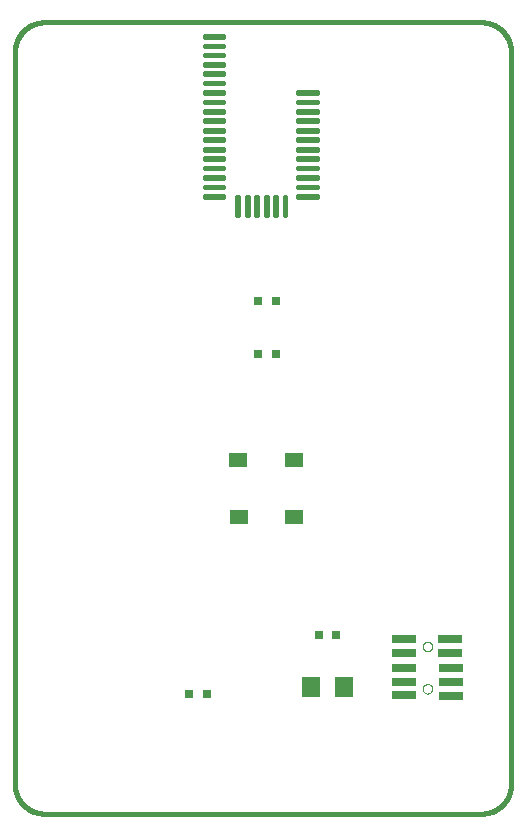
<source format=gtp>
G75*
%MOIN*%
%OFA0B0*%
%FSLAX25Y25*%
%IPPOS*%
%LPD*%
%AMOC8*
5,1,8,0,0,1.08239X$1,22.5*
%
%ADD10C,0.01600*%
%ADD11C,0.01378*%
%ADD12R,0.06102X0.04724*%
%ADD13R,0.08000X0.02500*%
%ADD14C,0.00000*%
%ADD15R,0.06299X0.07087*%
%ADD16R,0.03150X0.03150*%
D10*
X0004556Y0015973D02*
X0004556Y0260068D01*
X0004555Y0260068D02*
X0004558Y0260306D01*
X0004566Y0260544D01*
X0004581Y0260781D01*
X0004601Y0261018D01*
X0004627Y0261254D01*
X0004658Y0261490D01*
X0004695Y0261725D01*
X0004738Y0261959D01*
X0004787Y0262192D01*
X0004841Y0262424D01*
X0004901Y0262654D01*
X0004966Y0262883D01*
X0005037Y0263110D01*
X0005113Y0263335D01*
X0005195Y0263558D01*
X0005282Y0263780D01*
X0005374Y0263999D01*
X0005472Y0264216D01*
X0005574Y0264430D01*
X0005682Y0264642D01*
X0005796Y0264852D01*
X0005914Y0265058D01*
X0006037Y0265262D01*
X0006165Y0265462D01*
X0006297Y0265659D01*
X0006435Y0265854D01*
X0006577Y0266044D01*
X0006724Y0266232D01*
X0006875Y0266415D01*
X0007030Y0266595D01*
X0007190Y0266771D01*
X0007354Y0266943D01*
X0007523Y0267112D01*
X0007695Y0267276D01*
X0007871Y0267436D01*
X0008051Y0267591D01*
X0008234Y0267742D01*
X0008422Y0267889D01*
X0008612Y0268031D01*
X0008807Y0268169D01*
X0009004Y0268301D01*
X0009204Y0268429D01*
X0009408Y0268552D01*
X0009614Y0268670D01*
X0009824Y0268784D01*
X0010036Y0268892D01*
X0010250Y0268994D01*
X0010467Y0269092D01*
X0010686Y0269184D01*
X0010908Y0269271D01*
X0011131Y0269353D01*
X0011356Y0269429D01*
X0011583Y0269500D01*
X0011812Y0269565D01*
X0012042Y0269625D01*
X0012274Y0269679D01*
X0012507Y0269728D01*
X0012741Y0269771D01*
X0012976Y0269808D01*
X0013212Y0269839D01*
X0013448Y0269865D01*
X0013685Y0269885D01*
X0013922Y0269900D01*
X0014160Y0269908D01*
X0014398Y0269911D01*
X0014398Y0269910D02*
X0160068Y0269910D01*
X0160068Y0269911D02*
X0160306Y0269908D01*
X0160544Y0269900D01*
X0160781Y0269885D01*
X0161018Y0269865D01*
X0161254Y0269839D01*
X0161490Y0269808D01*
X0161725Y0269771D01*
X0161959Y0269728D01*
X0162192Y0269679D01*
X0162424Y0269625D01*
X0162654Y0269565D01*
X0162883Y0269500D01*
X0163110Y0269429D01*
X0163335Y0269353D01*
X0163558Y0269271D01*
X0163780Y0269184D01*
X0163999Y0269092D01*
X0164216Y0268994D01*
X0164430Y0268892D01*
X0164642Y0268784D01*
X0164852Y0268670D01*
X0165058Y0268552D01*
X0165262Y0268429D01*
X0165462Y0268301D01*
X0165659Y0268169D01*
X0165854Y0268031D01*
X0166044Y0267889D01*
X0166232Y0267742D01*
X0166415Y0267591D01*
X0166595Y0267436D01*
X0166771Y0267276D01*
X0166943Y0267112D01*
X0167112Y0266943D01*
X0167276Y0266771D01*
X0167436Y0266595D01*
X0167591Y0266415D01*
X0167742Y0266232D01*
X0167889Y0266044D01*
X0168031Y0265854D01*
X0168169Y0265659D01*
X0168301Y0265462D01*
X0168429Y0265262D01*
X0168552Y0265058D01*
X0168670Y0264852D01*
X0168784Y0264642D01*
X0168892Y0264430D01*
X0168994Y0264216D01*
X0169092Y0263999D01*
X0169184Y0263780D01*
X0169271Y0263558D01*
X0169353Y0263335D01*
X0169429Y0263110D01*
X0169500Y0262883D01*
X0169565Y0262654D01*
X0169625Y0262424D01*
X0169679Y0262192D01*
X0169728Y0261959D01*
X0169771Y0261725D01*
X0169808Y0261490D01*
X0169839Y0261254D01*
X0169865Y0261018D01*
X0169885Y0260781D01*
X0169900Y0260544D01*
X0169908Y0260306D01*
X0169911Y0260068D01*
X0169910Y0260068D02*
X0169910Y0015973D01*
X0169911Y0015973D02*
X0169908Y0015735D01*
X0169900Y0015497D01*
X0169885Y0015260D01*
X0169865Y0015023D01*
X0169839Y0014787D01*
X0169808Y0014551D01*
X0169771Y0014316D01*
X0169728Y0014082D01*
X0169679Y0013849D01*
X0169625Y0013617D01*
X0169565Y0013387D01*
X0169500Y0013158D01*
X0169429Y0012931D01*
X0169353Y0012706D01*
X0169271Y0012483D01*
X0169184Y0012261D01*
X0169092Y0012042D01*
X0168994Y0011825D01*
X0168892Y0011611D01*
X0168784Y0011399D01*
X0168670Y0011189D01*
X0168552Y0010983D01*
X0168429Y0010779D01*
X0168301Y0010579D01*
X0168169Y0010382D01*
X0168031Y0010187D01*
X0167889Y0009997D01*
X0167742Y0009809D01*
X0167591Y0009626D01*
X0167436Y0009446D01*
X0167276Y0009270D01*
X0167112Y0009098D01*
X0166943Y0008929D01*
X0166771Y0008765D01*
X0166595Y0008605D01*
X0166415Y0008450D01*
X0166232Y0008299D01*
X0166044Y0008152D01*
X0165854Y0008010D01*
X0165659Y0007872D01*
X0165462Y0007740D01*
X0165262Y0007612D01*
X0165058Y0007489D01*
X0164852Y0007371D01*
X0164642Y0007257D01*
X0164430Y0007149D01*
X0164216Y0007047D01*
X0163999Y0006949D01*
X0163780Y0006857D01*
X0163558Y0006770D01*
X0163335Y0006688D01*
X0163110Y0006612D01*
X0162883Y0006541D01*
X0162654Y0006476D01*
X0162424Y0006416D01*
X0162192Y0006362D01*
X0161959Y0006313D01*
X0161725Y0006270D01*
X0161490Y0006233D01*
X0161254Y0006202D01*
X0161018Y0006176D01*
X0160781Y0006156D01*
X0160544Y0006141D01*
X0160306Y0006133D01*
X0160068Y0006130D01*
X0160068Y0006131D02*
X0014398Y0006131D01*
X0014398Y0006130D02*
X0014160Y0006133D01*
X0013922Y0006141D01*
X0013685Y0006156D01*
X0013448Y0006176D01*
X0013212Y0006202D01*
X0012976Y0006233D01*
X0012741Y0006270D01*
X0012507Y0006313D01*
X0012274Y0006362D01*
X0012042Y0006416D01*
X0011812Y0006476D01*
X0011583Y0006541D01*
X0011356Y0006612D01*
X0011131Y0006688D01*
X0010908Y0006770D01*
X0010686Y0006857D01*
X0010467Y0006949D01*
X0010250Y0007047D01*
X0010036Y0007149D01*
X0009824Y0007257D01*
X0009614Y0007371D01*
X0009408Y0007489D01*
X0009204Y0007612D01*
X0009004Y0007740D01*
X0008807Y0007872D01*
X0008612Y0008010D01*
X0008422Y0008152D01*
X0008234Y0008299D01*
X0008051Y0008450D01*
X0007871Y0008605D01*
X0007695Y0008765D01*
X0007523Y0008929D01*
X0007354Y0009098D01*
X0007190Y0009270D01*
X0007030Y0009446D01*
X0006875Y0009626D01*
X0006724Y0009809D01*
X0006577Y0009997D01*
X0006435Y0010187D01*
X0006297Y0010382D01*
X0006165Y0010579D01*
X0006037Y0010779D01*
X0005914Y0010983D01*
X0005796Y0011189D01*
X0005682Y0011399D01*
X0005574Y0011611D01*
X0005472Y0011825D01*
X0005374Y0012042D01*
X0005282Y0012261D01*
X0005195Y0012483D01*
X0005113Y0012706D01*
X0005037Y0012931D01*
X0004966Y0013158D01*
X0004901Y0013387D01*
X0004841Y0013617D01*
X0004787Y0013849D01*
X0004738Y0014082D01*
X0004695Y0014316D01*
X0004658Y0014551D01*
X0004627Y0014787D01*
X0004601Y0015023D01*
X0004581Y0015260D01*
X0004566Y0015497D01*
X0004558Y0015735D01*
X0004555Y0015973D01*
D11*
X0079300Y0205324D02*
X0079300Y0211820D01*
X0079300Y0205324D02*
X0078710Y0205324D01*
X0078710Y0211820D01*
X0079300Y0211820D01*
X0079300Y0206701D02*
X0078710Y0206701D01*
X0078710Y0208078D02*
X0079300Y0208078D01*
X0079300Y0209455D02*
X0078710Y0209455D01*
X0078710Y0210832D02*
X0079300Y0210832D01*
X0082449Y0211820D02*
X0082449Y0205324D01*
X0081859Y0205324D01*
X0081859Y0211820D01*
X0082449Y0211820D01*
X0082449Y0206701D02*
X0081859Y0206701D01*
X0081859Y0208078D02*
X0082449Y0208078D01*
X0082449Y0209455D02*
X0081859Y0209455D01*
X0081859Y0210832D02*
X0082449Y0210832D01*
X0085599Y0211820D02*
X0085599Y0205324D01*
X0085009Y0205324D01*
X0085009Y0211820D01*
X0085599Y0211820D01*
X0085599Y0206701D02*
X0085009Y0206701D01*
X0085009Y0208078D02*
X0085599Y0208078D01*
X0085599Y0209455D02*
X0085009Y0209455D01*
X0085009Y0210832D02*
X0085599Y0210832D01*
X0088749Y0211820D02*
X0088749Y0205324D01*
X0088159Y0205324D01*
X0088159Y0211820D01*
X0088749Y0211820D01*
X0088749Y0206701D02*
X0088159Y0206701D01*
X0088159Y0208078D02*
X0088749Y0208078D01*
X0088749Y0209455D02*
X0088159Y0209455D01*
X0088159Y0210832D02*
X0088749Y0210832D01*
X0091898Y0211820D02*
X0091898Y0205324D01*
X0091308Y0205324D01*
X0091308Y0211820D01*
X0091898Y0211820D01*
X0091898Y0206701D02*
X0091308Y0206701D01*
X0091308Y0208078D02*
X0091898Y0208078D01*
X0091898Y0209455D02*
X0091308Y0209455D01*
X0091308Y0210832D02*
X0091898Y0210832D01*
X0095048Y0211820D02*
X0095048Y0205324D01*
X0094458Y0205324D01*
X0094458Y0211820D01*
X0095048Y0211820D01*
X0095048Y0206701D02*
X0094458Y0206701D01*
X0094458Y0208078D02*
X0095048Y0208078D01*
X0095048Y0209455D02*
X0094458Y0209455D01*
X0094458Y0210832D02*
X0095048Y0210832D01*
X0098985Y0211426D02*
X0105481Y0211426D01*
X0098985Y0211426D02*
X0098985Y0212016D01*
X0105481Y0212016D01*
X0105481Y0211426D01*
X0105481Y0214576D02*
X0098985Y0214576D01*
X0098985Y0215166D01*
X0105481Y0215166D01*
X0105481Y0214576D01*
X0105481Y0217725D02*
X0098985Y0217725D01*
X0098985Y0218315D01*
X0105481Y0218315D01*
X0105481Y0217725D01*
X0105481Y0220875D02*
X0098985Y0220875D01*
X0098985Y0221465D01*
X0105481Y0221465D01*
X0105481Y0220875D01*
X0105481Y0224025D02*
X0098985Y0224025D01*
X0098985Y0224615D01*
X0105481Y0224615D01*
X0105481Y0224025D01*
X0105481Y0227174D02*
X0098985Y0227174D01*
X0098985Y0227764D01*
X0105481Y0227764D01*
X0105481Y0227174D01*
X0105481Y0230324D02*
X0098985Y0230324D01*
X0098985Y0230914D01*
X0105481Y0230914D01*
X0105481Y0230324D01*
X0105481Y0233474D02*
X0098985Y0233474D01*
X0098985Y0234064D01*
X0105481Y0234064D01*
X0105481Y0233474D01*
X0105481Y0236623D02*
X0098985Y0236623D01*
X0098985Y0237213D01*
X0105481Y0237213D01*
X0105481Y0236623D01*
X0105481Y0239773D02*
X0098985Y0239773D01*
X0098985Y0240363D01*
X0105481Y0240363D01*
X0105481Y0239773D01*
X0105481Y0242922D02*
X0098985Y0242922D01*
X0098985Y0243512D01*
X0105481Y0243512D01*
X0105481Y0242922D01*
X0105481Y0246072D02*
X0098985Y0246072D01*
X0098985Y0246662D01*
X0105481Y0246662D01*
X0105481Y0246072D01*
X0074379Y0246072D02*
X0067883Y0246072D01*
X0067883Y0246662D01*
X0074379Y0246662D01*
X0074379Y0246072D01*
X0074379Y0242922D02*
X0067883Y0242922D01*
X0067883Y0243512D01*
X0074379Y0243512D01*
X0074379Y0242922D01*
X0074379Y0239773D02*
X0067883Y0239773D01*
X0067883Y0240363D01*
X0074379Y0240363D01*
X0074379Y0239773D01*
X0074379Y0236623D02*
X0067883Y0236623D01*
X0067883Y0237213D01*
X0074379Y0237213D01*
X0074379Y0236623D01*
X0074379Y0233474D02*
X0067883Y0233474D01*
X0067883Y0234064D01*
X0074379Y0234064D01*
X0074379Y0233474D01*
X0074379Y0230324D02*
X0067883Y0230324D01*
X0067883Y0230914D01*
X0074379Y0230914D01*
X0074379Y0230324D01*
X0074379Y0227174D02*
X0067883Y0227174D01*
X0067883Y0227764D01*
X0074379Y0227764D01*
X0074379Y0227174D01*
X0074379Y0224025D02*
X0067883Y0224025D01*
X0067883Y0224615D01*
X0074379Y0224615D01*
X0074379Y0224025D01*
X0074379Y0220875D02*
X0067883Y0220875D01*
X0067883Y0221465D01*
X0074379Y0221465D01*
X0074379Y0220875D01*
X0074379Y0217725D02*
X0067883Y0217725D01*
X0067883Y0218315D01*
X0074379Y0218315D01*
X0074379Y0217725D01*
X0074379Y0214576D02*
X0067883Y0214576D01*
X0067883Y0215166D01*
X0074379Y0215166D01*
X0074379Y0214576D01*
X0074379Y0211426D02*
X0067883Y0211426D01*
X0067883Y0212016D01*
X0074379Y0212016D01*
X0074379Y0211426D01*
X0074379Y0249222D02*
X0067883Y0249222D01*
X0067883Y0249812D01*
X0074379Y0249812D01*
X0074379Y0249222D01*
X0074379Y0252371D02*
X0067883Y0252371D01*
X0067883Y0252961D01*
X0074379Y0252961D01*
X0074379Y0252371D01*
X0074379Y0255521D02*
X0067883Y0255521D01*
X0067883Y0256111D01*
X0074379Y0256111D01*
X0074379Y0255521D01*
X0074379Y0258552D02*
X0067883Y0258552D01*
X0067883Y0259142D01*
X0074379Y0259142D01*
X0074379Y0258552D01*
X0074379Y0261584D02*
X0067883Y0261584D01*
X0067883Y0262174D01*
X0074379Y0262174D01*
X0074379Y0261584D01*
X0074379Y0264615D02*
X0067883Y0264615D01*
X0067883Y0265205D01*
X0074379Y0265205D01*
X0074379Y0264615D01*
D12*
X0078769Y0124044D03*
X0079162Y0105146D03*
X0097666Y0105146D03*
X0097666Y0124044D03*
D13*
X0134202Y0064280D03*
X0134202Y0059556D03*
X0134202Y0054831D03*
X0134202Y0050107D03*
X0134202Y0045580D03*
X0149753Y0045383D03*
X0149753Y0050107D03*
X0149753Y0054831D03*
X0149556Y0059556D03*
X0149556Y0064280D03*
D14*
X0140501Y0061918D02*
X0140503Y0061997D01*
X0140509Y0062076D01*
X0140519Y0062155D01*
X0140533Y0062233D01*
X0140550Y0062310D01*
X0140572Y0062386D01*
X0140597Y0062461D01*
X0140627Y0062534D01*
X0140659Y0062606D01*
X0140696Y0062677D01*
X0140736Y0062745D01*
X0140779Y0062811D01*
X0140825Y0062875D01*
X0140875Y0062937D01*
X0140928Y0062996D01*
X0140983Y0063052D01*
X0141042Y0063106D01*
X0141103Y0063156D01*
X0141166Y0063204D01*
X0141232Y0063248D01*
X0141300Y0063289D01*
X0141370Y0063326D01*
X0141441Y0063360D01*
X0141515Y0063390D01*
X0141589Y0063416D01*
X0141665Y0063438D01*
X0141742Y0063457D01*
X0141820Y0063472D01*
X0141898Y0063483D01*
X0141977Y0063490D01*
X0142056Y0063493D01*
X0142135Y0063492D01*
X0142214Y0063487D01*
X0142293Y0063478D01*
X0142371Y0063465D01*
X0142448Y0063448D01*
X0142525Y0063428D01*
X0142600Y0063403D01*
X0142674Y0063375D01*
X0142747Y0063343D01*
X0142817Y0063308D01*
X0142886Y0063269D01*
X0142953Y0063226D01*
X0143018Y0063180D01*
X0143080Y0063132D01*
X0143140Y0063080D01*
X0143197Y0063025D01*
X0143251Y0062967D01*
X0143302Y0062907D01*
X0143350Y0062844D01*
X0143395Y0062779D01*
X0143437Y0062711D01*
X0143475Y0062642D01*
X0143509Y0062571D01*
X0143540Y0062498D01*
X0143568Y0062423D01*
X0143591Y0062348D01*
X0143611Y0062271D01*
X0143627Y0062194D01*
X0143639Y0062115D01*
X0143647Y0062037D01*
X0143651Y0061958D01*
X0143651Y0061878D01*
X0143647Y0061799D01*
X0143639Y0061721D01*
X0143627Y0061642D01*
X0143611Y0061565D01*
X0143591Y0061488D01*
X0143568Y0061413D01*
X0143540Y0061338D01*
X0143509Y0061265D01*
X0143475Y0061194D01*
X0143437Y0061125D01*
X0143395Y0061057D01*
X0143350Y0060992D01*
X0143302Y0060929D01*
X0143251Y0060869D01*
X0143197Y0060811D01*
X0143140Y0060756D01*
X0143080Y0060704D01*
X0143018Y0060656D01*
X0142953Y0060610D01*
X0142886Y0060567D01*
X0142817Y0060528D01*
X0142747Y0060493D01*
X0142674Y0060461D01*
X0142600Y0060433D01*
X0142525Y0060408D01*
X0142448Y0060388D01*
X0142371Y0060371D01*
X0142293Y0060358D01*
X0142214Y0060349D01*
X0142135Y0060344D01*
X0142056Y0060343D01*
X0141977Y0060346D01*
X0141898Y0060353D01*
X0141820Y0060364D01*
X0141742Y0060379D01*
X0141665Y0060398D01*
X0141589Y0060420D01*
X0141515Y0060446D01*
X0141441Y0060476D01*
X0141370Y0060510D01*
X0141300Y0060547D01*
X0141232Y0060588D01*
X0141166Y0060632D01*
X0141103Y0060680D01*
X0141042Y0060730D01*
X0140983Y0060784D01*
X0140928Y0060840D01*
X0140875Y0060899D01*
X0140825Y0060961D01*
X0140779Y0061025D01*
X0140736Y0061091D01*
X0140696Y0061159D01*
X0140659Y0061230D01*
X0140627Y0061302D01*
X0140597Y0061375D01*
X0140572Y0061450D01*
X0140550Y0061526D01*
X0140533Y0061603D01*
X0140519Y0061681D01*
X0140509Y0061760D01*
X0140503Y0061839D01*
X0140501Y0061918D01*
X0140501Y0047745D02*
X0140503Y0047824D01*
X0140509Y0047903D01*
X0140519Y0047982D01*
X0140533Y0048060D01*
X0140550Y0048137D01*
X0140572Y0048213D01*
X0140597Y0048288D01*
X0140627Y0048361D01*
X0140659Y0048433D01*
X0140696Y0048504D01*
X0140736Y0048572D01*
X0140779Y0048638D01*
X0140825Y0048702D01*
X0140875Y0048764D01*
X0140928Y0048823D01*
X0140983Y0048879D01*
X0141042Y0048933D01*
X0141103Y0048983D01*
X0141166Y0049031D01*
X0141232Y0049075D01*
X0141300Y0049116D01*
X0141370Y0049153D01*
X0141441Y0049187D01*
X0141515Y0049217D01*
X0141589Y0049243D01*
X0141665Y0049265D01*
X0141742Y0049284D01*
X0141820Y0049299D01*
X0141898Y0049310D01*
X0141977Y0049317D01*
X0142056Y0049320D01*
X0142135Y0049319D01*
X0142214Y0049314D01*
X0142293Y0049305D01*
X0142371Y0049292D01*
X0142448Y0049275D01*
X0142525Y0049255D01*
X0142600Y0049230D01*
X0142674Y0049202D01*
X0142747Y0049170D01*
X0142817Y0049135D01*
X0142886Y0049096D01*
X0142953Y0049053D01*
X0143018Y0049007D01*
X0143080Y0048959D01*
X0143140Y0048907D01*
X0143197Y0048852D01*
X0143251Y0048794D01*
X0143302Y0048734D01*
X0143350Y0048671D01*
X0143395Y0048606D01*
X0143437Y0048538D01*
X0143475Y0048469D01*
X0143509Y0048398D01*
X0143540Y0048325D01*
X0143568Y0048250D01*
X0143591Y0048175D01*
X0143611Y0048098D01*
X0143627Y0048021D01*
X0143639Y0047942D01*
X0143647Y0047864D01*
X0143651Y0047785D01*
X0143651Y0047705D01*
X0143647Y0047626D01*
X0143639Y0047548D01*
X0143627Y0047469D01*
X0143611Y0047392D01*
X0143591Y0047315D01*
X0143568Y0047240D01*
X0143540Y0047165D01*
X0143509Y0047092D01*
X0143475Y0047021D01*
X0143437Y0046952D01*
X0143395Y0046884D01*
X0143350Y0046819D01*
X0143302Y0046756D01*
X0143251Y0046696D01*
X0143197Y0046638D01*
X0143140Y0046583D01*
X0143080Y0046531D01*
X0143018Y0046483D01*
X0142953Y0046437D01*
X0142886Y0046394D01*
X0142817Y0046355D01*
X0142747Y0046320D01*
X0142674Y0046288D01*
X0142600Y0046260D01*
X0142525Y0046235D01*
X0142448Y0046215D01*
X0142371Y0046198D01*
X0142293Y0046185D01*
X0142214Y0046176D01*
X0142135Y0046171D01*
X0142056Y0046170D01*
X0141977Y0046173D01*
X0141898Y0046180D01*
X0141820Y0046191D01*
X0141742Y0046206D01*
X0141665Y0046225D01*
X0141589Y0046247D01*
X0141515Y0046273D01*
X0141441Y0046303D01*
X0141370Y0046337D01*
X0141300Y0046374D01*
X0141232Y0046415D01*
X0141166Y0046459D01*
X0141103Y0046507D01*
X0141042Y0046557D01*
X0140983Y0046611D01*
X0140928Y0046667D01*
X0140875Y0046726D01*
X0140825Y0046788D01*
X0140779Y0046852D01*
X0140736Y0046918D01*
X0140696Y0046986D01*
X0140659Y0047057D01*
X0140627Y0047129D01*
X0140597Y0047202D01*
X0140572Y0047277D01*
X0140550Y0047353D01*
X0140533Y0047430D01*
X0140519Y0047508D01*
X0140509Y0047587D01*
X0140503Y0047666D01*
X0140501Y0047745D01*
D15*
X0114359Y0048296D03*
X0103335Y0048296D03*
D16*
X0105816Y0065658D03*
X0111721Y0065658D03*
X0068611Y0046052D03*
X0062706Y0046052D03*
X0085619Y0159398D03*
X0091524Y0159398D03*
X0091603Y0177036D03*
X0085698Y0177036D03*
M02*

</source>
